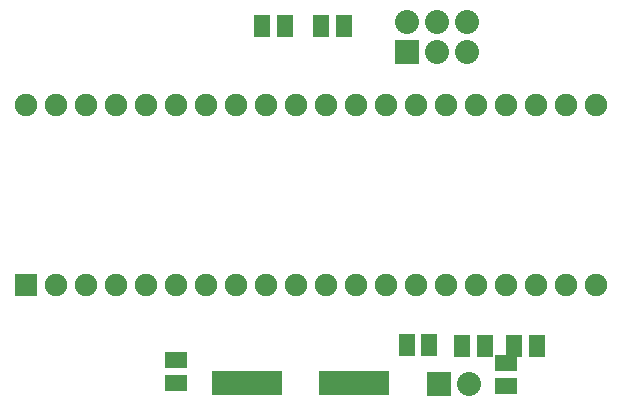
<source format=gts>
G04 (created by PCBNEW-RS274X (2012-01-18 BZR 3371)-testing) date Fri 30 Mar 2012 10:13:31 PM EDT*
G01*
G70*
G90*
%MOIN*%
G04 Gerber Fmt 3.4, Leading zero omitted, Abs format*
%FSLAX34Y34*%
G04 APERTURE LIST*
%ADD10C,0.006000*%
%ADD11R,0.055000X0.075000*%
%ADD12R,0.075000X0.055000*%
%ADD13R,0.080000X0.080000*%
%ADD14C,0.080000*%
%ADD15R,0.236500X0.079100*%
%ADD16R,0.075000X0.075000*%
%ADD17C,0.075000*%
G04 APERTURE END LIST*
G54D10*
G54D11*
X39255Y-35460D03*
X40005Y-35460D03*
G54D12*
X42560Y-36815D03*
X42560Y-36065D03*
X31550Y-36715D03*
X31550Y-35965D03*
G54D11*
X35189Y-24832D03*
X34439Y-24832D03*
X41859Y-35486D03*
X41109Y-35486D03*
X37158Y-24832D03*
X36408Y-24832D03*
X43592Y-35486D03*
X42842Y-35486D03*
G54D13*
X39260Y-25690D03*
G54D14*
X39260Y-24690D03*
X40260Y-25690D03*
X40260Y-24690D03*
X41260Y-25690D03*
X41260Y-24690D03*
G54D13*
X40327Y-36772D03*
G54D14*
X41327Y-36772D03*
G54D15*
X33938Y-36740D03*
X37482Y-36740D03*
G54D16*
X26563Y-33472D03*
G54D17*
X27563Y-33472D03*
X28563Y-33472D03*
X29563Y-33472D03*
X30563Y-33472D03*
X31563Y-33472D03*
X32563Y-33472D03*
X33563Y-33472D03*
X34563Y-33472D03*
X35563Y-33472D03*
X36563Y-33472D03*
X37563Y-33472D03*
X38563Y-33472D03*
X39563Y-33472D03*
X40563Y-33472D03*
X41563Y-33472D03*
X42563Y-33472D03*
X43563Y-33472D03*
X44563Y-33472D03*
X45563Y-33472D03*
X45563Y-27472D03*
X44563Y-27472D03*
X43563Y-27472D03*
X42563Y-27472D03*
X41563Y-27472D03*
X40563Y-27472D03*
X39563Y-27472D03*
X38563Y-27472D03*
X37563Y-27472D03*
X36563Y-27472D03*
X35563Y-27472D03*
X34563Y-27472D03*
X33563Y-27472D03*
X32563Y-27472D03*
X31563Y-27472D03*
X30563Y-27472D03*
X29563Y-27472D03*
X28563Y-27472D03*
X27563Y-27472D03*
X26563Y-27472D03*
M02*

</source>
